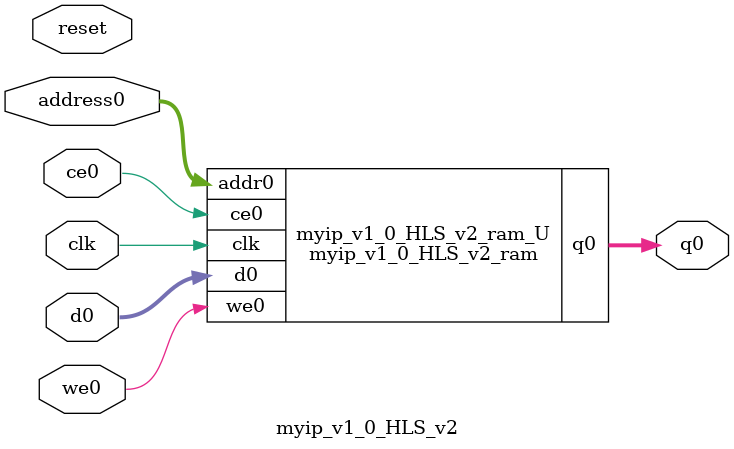
<source format=v>
`timescale 1 ns / 1 ps
module myip_v1_0_HLS_v2_ram (addr0, ce0, d0, we0, q0,  clk);

parameter DWIDTH = 32;
parameter AWIDTH = 3;
parameter MEM_SIZE = 5;

input[AWIDTH-1:0] addr0;
input ce0;
input[DWIDTH-1:0] d0;
input we0;
output reg[DWIDTH-1:0] q0;
input clk;

(* ram_style = "distributed" *)reg [DWIDTH-1:0] ram[0:MEM_SIZE-1];




always @(posedge clk)  
begin 
    if (ce0) begin
        if (we0) 
            ram[addr0] <= d0; 
        q0 <= ram[addr0];
    end
end


endmodule

`timescale 1 ns / 1 ps
module myip_v1_0_HLS_v2(
    reset,
    clk,
    address0,
    ce0,
    we0,
    d0,
    q0);

parameter DataWidth = 32'd32;
parameter AddressRange = 32'd5;
parameter AddressWidth = 32'd3;
input reset;
input clk;
input[AddressWidth - 1:0] address0;
input ce0;
input we0;
input[DataWidth - 1:0] d0;
output[DataWidth - 1:0] q0;



myip_v1_0_HLS_v2_ram myip_v1_0_HLS_v2_ram_U(
    .clk( clk ),
    .addr0( address0 ),
    .ce0( ce0 ),
    .we0( we0 ),
    .d0( d0 ),
    .q0( q0 ));

endmodule


</source>
